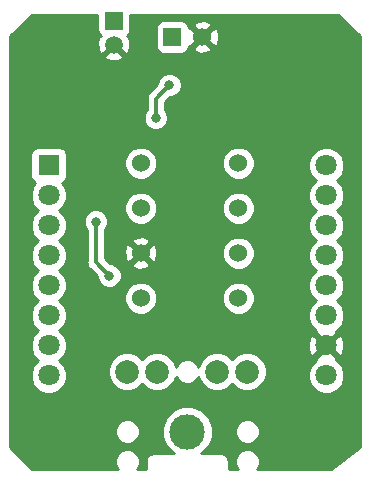
<source format=gbr>
G04 #@! TF.GenerationSoftware,KiCad,Pcbnew,5.0.0-fee4fd1~65~ubuntu17.10.1*
G04 #@! TF.CreationDate,2018-11-13T13:37:27+00:00*
G04 #@! TF.ProjectId,Power Monitor Version 1,506F776572204D6F6E69746F72205665,rev?*
G04 #@! TF.SameCoordinates,Original*
G04 #@! TF.FileFunction,Copper,L1,Top,Signal*
G04 #@! TF.FilePolarity,Positive*
%FSLAX46Y46*%
G04 Gerber Fmt 4.6, Leading zero omitted, Abs format (unit mm)*
G04 Created by KiCad (PCBNEW 5.0.0-fee4fd1~65~ubuntu17.10.1) date Tue Nov 13 13:37:27 2018*
%MOMM*%
%LPD*%
G01*
G04 APERTURE LIST*
G04 #@! TA.AperFunction,ComponentPad*
%ADD10R,1.500000X1.500000*%
G04 #@! TD*
G04 #@! TA.AperFunction,ComponentPad*
%ADD11C,1.500000*%
G04 #@! TD*
G04 #@! TA.AperFunction,ComponentPad*
%ADD12R,1.524000X1.524000*%
G04 #@! TD*
G04 #@! TA.AperFunction,ComponentPad*
%ADD13C,1.524000*%
G04 #@! TD*
G04 #@! TA.AperFunction,ComponentPad*
%ADD14C,2.000000*%
G04 #@! TD*
G04 #@! TA.AperFunction,ComponentPad*
%ADD15C,3.000000*%
G04 #@! TD*
G04 #@! TA.AperFunction,ComponentPad*
%ADD16R,1.800000X1.800000*%
G04 #@! TD*
G04 #@! TA.AperFunction,ComponentPad*
%ADD17C,1.800000*%
G04 #@! TD*
G04 #@! TA.AperFunction,ViaPad*
%ADD18C,0.800000*%
G04 #@! TD*
G04 #@! TA.AperFunction,Conductor*
%ADD19C,0.300000*%
G04 #@! TD*
G04 #@! TA.AperFunction,Conductor*
%ADD20C,0.254000*%
G04 #@! TD*
G04 APERTURE END LIST*
D10*
G04 #@! TO.P,C1,1*
G04 #@! TO.N,Net-(C1-Pad1)*
X129540000Y-73025000D03*
D11*
G04 #@! TO.P,C1,2*
G04 #@! TO.N,GND*
X129540000Y-75057000D03*
G04 #@! TD*
D12*
G04 #@! TO.P,D1,1*
G04 #@! TO.N,Net-(D1-Pad1)*
X134493000Y-74422000D03*
D13*
G04 #@! TO.P,D1,2*
G04 #@! TO.N,GND*
X137033000Y-74422000D03*
G04 #@! TD*
D14*
G04 #@! TO.P,J1,3*
G04 #@! TO.N,Net-(J1-Pad2)*
X133223000Y-102743000D03*
G04 #@! TO.P,J1,2*
X130683000Y-102743000D03*
G04 #@! TO.P,J1,4*
X138303000Y-102743000D03*
G04 #@! TO.P,J1,5*
X140843000Y-102743000D03*
D15*
G04 #@! TO.P,J1,1*
G04 #@! TO.N,Net-(C1-Pad1)*
X135763000Y-107823000D03*
G04 #@! TD*
D16*
G04 #@! TO.P,M1,1*
G04 #@! TO.N,N/C*
X124027001Y-85292001D03*
D17*
G04 #@! TO.P,M1,2*
G04 #@! TO.N,Net-(J1-Pad2)*
X124027001Y-87832001D03*
G04 #@! TO.P,M1,3*
G04 #@! TO.N,N/C*
X124027001Y-90372001D03*
G04 #@! TO.P,M1,4*
X124027001Y-92912001D03*
G04 #@! TO.P,M1,5*
X124027001Y-95452001D03*
G04 #@! TO.P,M1,6*
X124027001Y-97992001D03*
G04 #@! TO.P,M1,7*
X124027001Y-100532001D03*
G04 #@! TO.P,M1,9*
X147522001Y-103072001D03*
G04 #@! TO.P,M1,10*
G04 #@! TO.N,GND*
X147522001Y-100532001D03*
G04 #@! TO.P,M1,11*
G04 #@! TO.N,Net-(M1-Pad11)*
X147522001Y-97992001D03*
G04 #@! TO.P,M1,12*
G04 #@! TO.N,N/C*
X147522001Y-95452001D03*
G04 #@! TO.P,M1,13*
X147522001Y-92912001D03*
G04 #@! TO.P,M1,14*
X147522001Y-90372001D03*
G04 #@! TO.P,M1,8*
G04 #@! TO.N,+3V3*
X124027001Y-103072001D03*
G04 #@! TO.P,M1,15*
G04 #@! TO.N,N/C*
X147522001Y-87832001D03*
G04 #@! TO.P,M1,16*
X147522001Y-85292001D03*
G04 #@! TD*
D13*
G04 #@! TO.P,R1,1*
G04 #@! TO.N,Net-(J1-Pad2)*
X131826000Y-96520000D03*
G04 #@! TO.P,R1,2*
G04 #@! TO.N,Net-(C1-Pad1)*
X140081000Y-96520000D03*
G04 #@! TD*
G04 #@! TO.P,R2,1*
G04 #@! TO.N,+3V3*
X131826000Y-88900000D03*
G04 #@! TO.P,R2,2*
G04 #@! TO.N,Net-(C1-Pad1)*
X140081000Y-88900000D03*
G04 #@! TD*
G04 #@! TO.P,R3,2*
G04 #@! TO.N,GND*
X131826000Y-92710000D03*
G04 #@! TO.P,R3,1*
G04 #@! TO.N,Net-(C1-Pad1)*
X140081000Y-92710000D03*
G04 #@! TD*
G04 #@! TO.P,R4,2*
G04 #@! TO.N,Net-(D1-Pad1)*
X131826000Y-85090000D03*
G04 #@! TO.P,R4,1*
G04 #@! TO.N,Net-(M1-Pad11)*
X140081000Y-85090000D03*
G04 #@! TD*
D18*
G04 #@! TO.N,GND*
X139700000Y-77470000D03*
X142240000Y-77470000D03*
X144780000Y-77470000D03*
X144780000Y-80010000D03*
X142240000Y-80010000D03*
X139700000Y-80010000D03*
X127000000Y-77470000D03*
X124460000Y-77470000D03*
X121920000Y-77470000D03*
X121920000Y-80010000D03*
X124460000Y-80010000D03*
X127000000Y-80010000D03*
X135890000Y-88900000D03*
X135890000Y-91440000D03*
X135890000Y-93980000D03*
X125730000Y-106680000D03*
X125730000Y-109220000D03*
X123190000Y-106680000D03*
X144780000Y-106680000D03*
X147320000Y-106680000D03*
X144780000Y-109220000D03*
X143510000Y-96520000D03*
X142240000Y-88900000D03*
X135890000Y-96520000D03*
X128270000Y-86360000D03*
X125730000Y-91440000D03*
X125730000Y-96520000D03*
X121920000Y-91440000D03*
X121920000Y-96520000D03*
X149860000Y-91440000D03*
X149860000Y-96520000D03*
X146050000Y-91440000D03*
X147320000Y-77470000D03*
X147320000Y-80010000D03*
G04 #@! TO.N,Net-(D1-Pad1)*
X134239000Y-78486000D03*
X133096000Y-81280000D03*
G04 #@! TO.N,Net-(J1-Pad2)*
X129159000Y-94615000D03*
X128016000Y-90043000D03*
G04 #@! TD*
D19*
G04 #@! TO.N,Net-(D1-Pad1)*
X134239000Y-78486000D02*
X133096000Y-79629000D01*
X133096000Y-79629000D02*
X133096000Y-81280000D01*
G04 #@! TO.N,Net-(J1-Pad2)*
X129159000Y-94615000D02*
X128016000Y-93472000D01*
X128016000Y-93472000D02*
X128016000Y-90043000D01*
G04 #@! TD*
D20*
G04 #@! TO.N,GND*
G36*
X128142560Y-73775000D02*
X128191843Y-74022765D01*
X128332191Y-74232809D01*
X128436315Y-74302383D01*
X128327540Y-74333077D01*
X128142799Y-74852171D01*
X128170770Y-75402448D01*
X128327540Y-75780923D01*
X128568483Y-75848912D01*
X129360395Y-75057000D01*
X129346253Y-75042858D01*
X129525858Y-74863253D01*
X129540000Y-74877395D01*
X129554143Y-74863253D01*
X129733748Y-75042858D01*
X129719605Y-75057000D01*
X130511517Y-75848912D01*
X130752460Y-75780923D01*
X130937201Y-75261829D01*
X130909230Y-74711552D01*
X130752460Y-74333077D01*
X130643685Y-74302383D01*
X130747809Y-74232809D01*
X130888157Y-74022765D01*
X130937440Y-73775000D01*
X130937440Y-73660000D01*
X133083560Y-73660000D01*
X133083560Y-75184000D01*
X133132843Y-75431765D01*
X133273191Y-75641809D01*
X133483235Y-75782157D01*
X133731000Y-75831440D01*
X135255000Y-75831440D01*
X135502765Y-75782157D01*
X135712809Y-75641809D01*
X135853157Y-75431765D01*
X135859035Y-75402213D01*
X136232392Y-75402213D01*
X136301857Y-75644397D01*
X136825302Y-75831144D01*
X137380368Y-75803362D01*
X137764143Y-75644397D01*
X137833608Y-75402213D01*
X137033000Y-74601605D01*
X136232392Y-75402213D01*
X135859035Y-75402213D01*
X135902440Y-75184000D01*
X135902440Y-75179484D01*
X136052787Y-75222608D01*
X136853395Y-74422000D01*
X137212605Y-74422000D01*
X138013213Y-75222608D01*
X138255397Y-75153143D01*
X138442144Y-74629698D01*
X138414362Y-74074632D01*
X138255397Y-73690857D01*
X138013213Y-73621392D01*
X137212605Y-74422000D01*
X136853395Y-74422000D01*
X136052787Y-73621392D01*
X135902440Y-73664516D01*
X135902440Y-73660000D01*
X135859036Y-73441787D01*
X136232392Y-73441787D01*
X137033000Y-74242395D01*
X137833608Y-73441787D01*
X137764143Y-73199603D01*
X137240698Y-73012856D01*
X136685632Y-73040638D01*
X136301857Y-73199603D01*
X136232392Y-73441787D01*
X135859036Y-73441787D01*
X135853157Y-73412235D01*
X135712809Y-73202191D01*
X135502765Y-73061843D01*
X135255000Y-73012560D01*
X133731000Y-73012560D01*
X133483235Y-73061843D01*
X133273191Y-73202191D01*
X133132843Y-73412235D01*
X133083560Y-73660000D01*
X130937440Y-73660000D01*
X130937440Y-72517000D01*
X148537394Y-72517000D01*
X150368000Y-74347606D01*
X150368000Y-109156500D01*
X147912667Y-110998000D01*
X141671711Y-110998000D01*
X141720431Y-110949280D01*
X141878000Y-110568874D01*
X141878000Y-110157126D01*
X141720431Y-109776720D01*
X141429280Y-109485569D01*
X141048874Y-109328000D01*
X140637126Y-109328000D01*
X140256720Y-109485569D01*
X139965569Y-109776720D01*
X139808000Y-110157126D01*
X139808000Y-110568874D01*
X139965569Y-110949280D01*
X140014289Y-110998000D01*
X139267000Y-110998000D01*
X139267000Y-110432926D01*
X139280909Y-110363000D01*
X139234851Y-110131447D01*
X139225805Y-110085972D01*
X139209118Y-110060998D01*
X139068881Y-109851119D01*
X138834028Y-109694195D01*
X138626926Y-109653000D01*
X138626925Y-109653000D01*
X138557000Y-109639091D01*
X138487074Y-109653000D01*
X136924014Y-109653000D01*
X136972380Y-109632966D01*
X137572966Y-109032380D01*
X137898000Y-108247678D01*
X137898000Y-107617126D01*
X139808000Y-107617126D01*
X139808000Y-108028874D01*
X139965569Y-108409280D01*
X140256720Y-108700431D01*
X140637126Y-108858000D01*
X141048874Y-108858000D01*
X141429280Y-108700431D01*
X141720431Y-108409280D01*
X141878000Y-108028874D01*
X141878000Y-107617126D01*
X141720431Y-107236720D01*
X141429280Y-106945569D01*
X141048874Y-106788000D01*
X140637126Y-106788000D01*
X140256720Y-106945569D01*
X139965569Y-107236720D01*
X139808000Y-107617126D01*
X137898000Y-107617126D01*
X137898000Y-107398322D01*
X137572966Y-106613620D01*
X136972380Y-106013034D01*
X136187678Y-105688000D01*
X135338322Y-105688000D01*
X134553620Y-106013034D01*
X133953034Y-106613620D01*
X133628000Y-107398322D01*
X133628000Y-108247678D01*
X133953034Y-109032380D01*
X134553620Y-109632966D01*
X134601986Y-109653000D01*
X133038926Y-109653000D01*
X132969000Y-109639091D01*
X132899075Y-109653000D01*
X132899074Y-109653000D01*
X132691972Y-109694195D01*
X132457119Y-109851119D01*
X132300195Y-110085972D01*
X132245091Y-110363000D01*
X132259001Y-110432930D01*
X132259000Y-110998000D01*
X131511711Y-110998000D01*
X131560431Y-110949280D01*
X131718000Y-110568874D01*
X131718000Y-110157126D01*
X131560431Y-109776720D01*
X131269280Y-109485569D01*
X130888874Y-109328000D01*
X130477126Y-109328000D01*
X130096720Y-109485569D01*
X129805569Y-109776720D01*
X129648000Y-110157126D01*
X129648000Y-110568874D01*
X129805569Y-110949280D01*
X129854289Y-110998000D01*
X122607606Y-110998000D01*
X120777000Y-109167394D01*
X120777000Y-107617126D01*
X129648000Y-107617126D01*
X129648000Y-108028874D01*
X129805569Y-108409280D01*
X130096720Y-108700431D01*
X130477126Y-108858000D01*
X130888874Y-108858000D01*
X131269280Y-108700431D01*
X131560431Y-108409280D01*
X131718000Y-108028874D01*
X131718000Y-107617126D01*
X131560431Y-107236720D01*
X131269280Y-106945569D01*
X130888874Y-106788000D01*
X130477126Y-106788000D01*
X130096720Y-106945569D01*
X129805569Y-107236720D01*
X129648000Y-107617126D01*
X120777000Y-107617126D01*
X120777000Y-84392001D01*
X122479561Y-84392001D01*
X122479561Y-86192001D01*
X122528844Y-86439766D01*
X122669192Y-86649810D01*
X122879236Y-86790158D01*
X122894909Y-86793276D01*
X122725691Y-86962494D01*
X122492001Y-87526671D01*
X122492001Y-88137331D01*
X122725691Y-88701508D01*
X123126184Y-89102001D01*
X122725691Y-89502494D01*
X122492001Y-90066671D01*
X122492001Y-90677331D01*
X122725691Y-91241508D01*
X123126184Y-91642001D01*
X122725691Y-92042494D01*
X122492001Y-92606671D01*
X122492001Y-93217331D01*
X122725691Y-93781508D01*
X123126184Y-94182001D01*
X122725691Y-94582494D01*
X122492001Y-95146671D01*
X122492001Y-95757331D01*
X122725691Y-96321508D01*
X123126184Y-96722001D01*
X122725691Y-97122494D01*
X122492001Y-97686671D01*
X122492001Y-98297331D01*
X122725691Y-98861508D01*
X123126184Y-99262001D01*
X122725691Y-99662494D01*
X122492001Y-100226671D01*
X122492001Y-100837331D01*
X122725691Y-101401508D01*
X123126184Y-101802001D01*
X122725691Y-102202494D01*
X122492001Y-102766671D01*
X122492001Y-103377331D01*
X122725691Y-103941508D01*
X123157494Y-104373311D01*
X123721671Y-104607001D01*
X124332331Y-104607001D01*
X124896508Y-104373311D01*
X125328311Y-103941508D01*
X125562001Y-103377331D01*
X125562001Y-102766671D01*
X125417485Y-102417778D01*
X129048000Y-102417778D01*
X129048000Y-103068222D01*
X129296914Y-103669153D01*
X129756847Y-104129086D01*
X130357778Y-104378000D01*
X131008222Y-104378000D01*
X131609153Y-104129086D01*
X131953000Y-103785239D01*
X132296847Y-104129086D01*
X132897778Y-104378000D01*
X133548222Y-104378000D01*
X134149153Y-104129086D01*
X134609086Y-103669153D01*
X134817718Y-103165472D01*
X134885569Y-103329280D01*
X135176720Y-103620431D01*
X135557126Y-103778000D01*
X135968874Y-103778000D01*
X136349280Y-103620431D01*
X136640431Y-103329280D01*
X136708282Y-103165472D01*
X136916914Y-103669153D01*
X137376847Y-104129086D01*
X137977778Y-104378000D01*
X138628222Y-104378000D01*
X139229153Y-104129086D01*
X139573000Y-103785239D01*
X139916847Y-104129086D01*
X140517778Y-104378000D01*
X141168222Y-104378000D01*
X141769153Y-104129086D01*
X142229086Y-103669153D01*
X142478000Y-103068222D01*
X142478000Y-102766671D01*
X145987001Y-102766671D01*
X145987001Y-103377331D01*
X146220691Y-103941508D01*
X146652494Y-104373311D01*
X147216671Y-104607001D01*
X147827331Y-104607001D01*
X148391508Y-104373311D01*
X148823311Y-103941508D01*
X149057001Y-103377331D01*
X149057001Y-102766671D01*
X148823311Y-102202494D01*
X148391508Y-101770691D01*
X148371886Y-101762563D01*
X148422555Y-101612160D01*
X147522001Y-100711606D01*
X146621447Y-101612160D01*
X146672116Y-101762563D01*
X146652494Y-101770691D01*
X146220691Y-102202494D01*
X145987001Y-102766671D01*
X142478000Y-102766671D01*
X142478000Y-102417778D01*
X142229086Y-101816847D01*
X141769153Y-101356914D01*
X141168222Y-101108000D01*
X140517778Y-101108000D01*
X139916847Y-101356914D01*
X139573000Y-101700761D01*
X139229153Y-101356914D01*
X138628222Y-101108000D01*
X137977778Y-101108000D01*
X137376847Y-101356914D01*
X136916914Y-101816847D01*
X136708282Y-102320528D01*
X136640431Y-102156720D01*
X136349280Y-101865569D01*
X135968874Y-101708000D01*
X135557126Y-101708000D01*
X135176720Y-101865569D01*
X134885569Y-102156720D01*
X134817718Y-102320528D01*
X134609086Y-101816847D01*
X134149153Y-101356914D01*
X133548222Y-101108000D01*
X132897778Y-101108000D01*
X132296847Y-101356914D01*
X131953000Y-101700761D01*
X131609153Y-101356914D01*
X131008222Y-101108000D01*
X130357778Y-101108000D01*
X129756847Y-101356914D01*
X129296914Y-101816847D01*
X129048000Y-102417778D01*
X125417485Y-102417778D01*
X125328311Y-102202494D01*
X124927818Y-101802001D01*
X125328311Y-101401508D01*
X125562001Y-100837331D01*
X125562001Y-100291337D01*
X145975543Y-100291337D01*
X146001162Y-100901461D01*
X146185358Y-101346149D01*
X146441842Y-101432555D01*
X147342396Y-100532001D01*
X147701606Y-100532001D01*
X148602160Y-101432555D01*
X148858644Y-101346149D01*
X149068459Y-100772665D01*
X149042840Y-100162541D01*
X148858644Y-99717853D01*
X148602160Y-99631447D01*
X147701606Y-100532001D01*
X147342396Y-100532001D01*
X146441842Y-99631447D01*
X146185358Y-99717853D01*
X145975543Y-100291337D01*
X125562001Y-100291337D01*
X125562001Y-100226671D01*
X125328311Y-99662494D01*
X124927818Y-99262001D01*
X125328311Y-98861508D01*
X125562001Y-98297331D01*
X125562001Y-97686671D01*
X125328311Y-97122494D01*
X124927818Y-96722001D01*
X125328311Y-96321508D01*
X125361195Y-96242119D01*
X130429000Y-96242119D01*
X130429000Y-96797881D01*
X130641680Y-97311337D01*
X131034663Y-97704320D01*
X131548119Y-97917000D01*
X132103881Y-97917000D01*
X132617337Y-97704320D01*
X133010320Y-97311337D01*
X133223000Y-96797881D01*
X133223000Y-96242119D01*
X138684000Y-96242119D01*
X138684000Y-96797881D01*
X138896680Y-97311337D01*
X139289663Y-97704320D01*
X139803119Y-97917000D01*
X140358881Y-97917000D01*
X140872337Y-97704320D01*
X141265320Y-97311337D01*
X141478000Y-96797881D01*
X141478000Y-96242119D01*
X141265320Y-95728663D01*
X140872337Y-95335680D01*
X140358881Y-95123000D01*
X139803119Y-95123000D01*
X139289663Y-95335680D01*
X138896680Y-95728663D01*
X138684000Y-96242119D01*
X133223000Y-96242119D01*
X133010320Y-95728663D01*
X132617337Y-95335680D01*
X132103881Y-95123000D01*
X131548119Y-95123000D01*
X131034663Y-95335680D01*
X130641680Y-95728663D01*
X130429000Y-96242119D01*
X125361195Y-96242119D01*
X125562001Y-95757331D01*
X125562001Y-95146671D01*
X125328311Y-94582494D01*
X124927818Y-94182001D01*
X125328311Y-93781508D01*
X125562001Y-93217331D01*
X125562001Y-92606671D01*
X125328311Y-92042494D01*
X124927818Y-91642001D01*
X125328311Y-91241508D01*
X125562001Y-90677331D01*
X125562001Y-90066671D01*
X125466921Y-89837126D01*
X126981000Y-89837126D01*
X126981000Y-90248874D01*
X127138569Y-90629280D01*
X127231001Y-90721712D01*
X127231000Y-93394688D01*
X127215622Y-93472000D01*
X127231000Y-93549312D01*
X127231000Y-93549315D01*
X127268446Y-93737569D01*
X127276546Y-93778291D01*
X127379517Y-93932397D01*
X127450047Y-94037953D01*
X127515592Y-94081749D01*
X128124000Y-94690158D01*
X128124000Y-94820874D01*
X128281569Y-95201280D01*
X128572720Y-95492431D01*
X128953126Y-95650000D01*
X129364874Y-95650000D01*
X129745280Y-95492431D01*
X130036431Y-95201280D01*
X130194000Y-94820874D01*
X130194000Y-94409126D01*
X130036431Y-94028720D01*
X129745280Y-93737569D01*
X129630953Y-93690213D01*
X131025392Y-93690213D01*
X131094857Y-93932397D01*
X131618302Y-94119144D01*
X132173368Y-94091362D01*
X132557143Y-93932397D01*
X132626608Y-93690213D01*
X131826000Y-92889605D01*
X131025392Y-93690213D01*
X129630953Y-93690213D01*
X129364874Y-93580000D01*
X129234158Y-93580000D01*
X128801000Y-93146843D01*
X128801000Y-92502302D01*
X130416856Y-92502302D01*
X130444638Y-93057368D01*
X130603603Y-93441143D01*
X130845787Y-93510608D01*
X131646395Y-92710000D01*
X132005605Y-92710000D01*
X132806213Y-93510608D01*
X133048397Y-93441143D01*
X133235144Y-92917698D01*
X133210840Y-92432119D01*
X138684000Y-92432119D01*
X138684000Y-92987881D01*
X138896680Y-93501337D01*
X139289663Y-93894320D01*
X139803119Y-94107000D01*
X140358881Y-94107000D01*
X140872337Y-93894320D01*
X141265320Y-93501337D01*
X141478000Y-92987881D01*
X141478000Y-92432119D01*
X141265320Y-91918663D01*
X140872337Y-91525680D01*
X140358881Y-91313000D01*
X139803119Y-91313000D01*
X139289663Y-91525680D01*
X138896680Y-91918663D01*
X138684000Y-92432119D01*
X133210840Y-92432119D01*
X133207362Y-92362632D01*
X133048397Y-91978857D01*
X132806213Y-91909392D01*
X132005605Y-92710000D01*
X131646395Y-92710000D01*
X130845787Y-91909392D01*
X130603603Y-91978857D01*
X130416856Y-92502302D01*
X128801000Y-92502302D01*
X128801000Y-91729787D01*
X131025392Y-91729787D01*
X131826000Y-92530395D01*
X132626608Y-91729787D01*
X132557143Y-91487603D01*
X132033698Y-91300856D01*
X131478632Y-91328638D01*
X131094857Y-91487603D01*
X131025392Y-91729787D01*
X128801000Y-91729787D01*
X128801000Y-90721711D01*
X128893431Y-90629280D01*
X129051000Y-90248874D01*
X129051000Y-89837126D01*
X128893431Y-89456720D01*
X128602280Y-89165569D01*
X128221874Y-89008000D01*
X127810126Y-89008000D01*
X127429720Y-89165569D01*
X127138569Y-89456720D01*
X126981000Y-89837126D01*
X125466921Y-89837126D01*
X125328311Y-89502494D01*
X124927818Y-89102001D01*
X125328311Y-88701508D01*
X125361195Y-88622119D01*
X130429000Y-88622119D01*
X130429000Y-89177881D01*
X130641680Y-89691337D01*
X131034663Y-90084320D01*
X131548119Y-90297000D01*
X132103881Y-90297000D01*
X132617337Y-90084320D01*
X133010320Y-89691337D01*
X133223000Y-89177881D01*
X133223000Y-88622119D01*
X138684000Y-88622119D01*
X138684000Y-89177881D01*
X138896680Y-89691337D01*
X139289663Y-90084320D01*
X139803119Y-90297000D01*
X140358881Y-90297000D01*
X140872337Y-90084320D01*
X141265320Y-89691337D01*
X141478000Y-89177881D01*
X141478000Y-88622119D01*
X141265320Y-88108663D01*
X140872337Y-87715680D01*
X140358881Y-87503000D01*
X139803119Y-87503000D01*
X139289663Y-87715680D01*
X138896680Y-88108663D01*
X138684000Y-88622119D01*
X133223000Y-88622119D01*
X133010320Y-88108663D01*
X132617337Y-87715680D01*
X132103881Y-87503000D01*
X131548119Y-87503000D01*
X131034663Y-87715680D01*
X130641680Y-88108663D01*
X130429000Y-88622119D01*
X125361195Y-88622119D01*
X125562001Y-88137331D01*
X125562001Y-87526671D01*
X125328311Y-86962494D01*
X125159093Y-86793276D01*
X125174766Y-86790158D01*
X125384810Y-86649810D01*
X125525158Y-86439766D01*
X125574441Y-86192001D01*
X125574441Y-84812119D01*
X130429000Y-84812119D01*
X130429000Y-85367881D01*
X130641680Y-85881337D01*
X131034663Y-86274320D01*
X131548119Y-86487000D01*
X132103881Y-86487000D01*
X132617337Y-86274320D01*
X133010320Y-85881337D01*
X133223000Y-85367881D01*
X133223000Y-84812119D01*
X138684000Y-84812119D01*
X138684000Y-85367881D01*
X138896680Y-85881337D01*
X139289663Y-86274320D01*
X139803119Y-86487000D01*
X140358881Y-86487000D01*
X140872337Y-86274320D01*
X141265320Y-85881337D01*
X141478000Y-85367881D01*
X141478000Y-84986671D01*
X145987001Y-84986671D01*
X145987001Y-85597331D01*
X146220691Y-86161508D01*
X146621184Y-86562001D01*
X146220691Y-86962494D01*
X145987001Y-87526671D01*
X145987001Y-88137331D01*
X146220691Y-88701508D01*
X146621184Y-89102001D01*
X146220691Y-89502494D01*
X145987001Y-90066671D01*
X145987001Y-90677331D01*
X146220691Y-91241508D01*
X146621184Y-91642001D01*
X146220691Y-92042494D01*
X145987001Y-92606671D01*
X145987001Y-93217331D01*
X146220691Y-93781508D01*
X146621184Y-94182001D01*
X146220691Y-94582494D01*
X145987001Y-95146671D01*
X145987001Y-95757331D01*
X146220691Y-96321508D01*
X146621184Y-96722001D01*
X146220691Y-97122494D01*
X145987001Y-97686671D01*
X145987001Y-98297331D01*
X146220691Y-98861508D01*
X146652494Y-99293311D01*
X146672116Y-99301439D01*
X146621447Y-99451842D01*
X147522001Y-100352396D01*
X148422555Y-99451842D01*
X148371886Y-99301439D01*
X148391508Y-99293311D01*
X148823311Y-98861508D01*
X149057001Y-98297331D01*
X149057001Y-97686671D01*
X148823311Y-97122494D01*
X148422818Y-96722001D01*
X148823311Y-96321508D01*
X149057001Y-95757331D01*
X149057001Y-95146671D01*
X148823311Y-94582494D01*
X148422818Y-94182001D01*
X148823311Y-93781508D01*
X149057001Y-93217331D01*
X149057001Y-92606671D01*
X148823311Y-92042494D01*
X148422818Y-91642001D01*
X148823311Y-91241508D01*
X149057001Y-90677331D01*
X149057001Y-90066671D01*
X148823311Y-89502494D01*
X148422818Y-89102001D01*
X148823311Y-88701508D01*
X149057001Y-88137331D01*
X149057001Y-87526671D01*
X148823311Y-86962494D01*
X148422818Y-86562001D01*
X148823311Y-86161508D01*
X149057001Y-85597331D01*
X149057001Y-84986671D01*
X148823311Y-84422494D01*
X148391508Y-83990691D01*
X147827331Y-83757001D01*
X147216671Y-83757001D01*
X146652494Y-83990691D01*
X146220691Y-84422494D01*
X145987001Y-84986671D01*
X141478000Y-84986671D01*
X141478000Y-84812119D01*
X141265320Y-84298663D01*
X140872337Y-83905680D01*
X140358881Y-83693000D01*
X139803119Y-83693000D01*
X139289663Y-83905680D01*
X138896680Y-84298663D01*
X138684000Y-84812119D01*
X133223000Y-84812119D01*
X133010320Y-84298663D01*
X132617337Y-83905680D01*
X132103881Y-83693000D01*
X131548119Y-83693000D01*
X131034663Y-83905680D01*
X130641680Y-84298663D01*
X130429000Y-84812119D01*
X125574441Y-84812119D01*
X125574441Y-84392001D01*
X125525158Y-84144236D01*
X125384810Y-83934192D01*
X125174766Y-83793844D01*
X124927001Y-83744561D01*
X123127001Y-83744561D01*
X122879236Y-83793844D01*
X122669192Y-83934192D01*
X122528844Y-84144236D01*
X122479561Y-84392001D01*
X120777000Y-84392001D01*
X120777000Y-81074126D01*
X132061000Y-81074126D01*
X132061000Y-81485874D01*
X132218569Y-81866280D01*
X132509720Y-82157431D01*
X132890126Y-82315000D01*
X133301874Y-82315000D01*
X133682280Y-82157431D01*
X133973431Y-81866280D01*
X134131000Y-81485874D01*
X134131000Y-81074126D01*
X133973431Y-80693720D01*
X133881000Y-80601289D01*
X133881000Y-79954157D01*
X134314158Y-79521000D01*
X134444874Y-79521000D01*
X134825280Y-79363431D01*
X135116431Y-79072280D01*
X135274000Y-78691874D01*
X135274000Y-78280126D01*
X135116431Y-77899720D01*
X134825280Y-77608569D01*
X134444874Y-77451000D01*
X134033126Y-77451000D01*
X133652720Y-77608569D01*
X133361569Y-77899720D01*
X133204000Y-78280126D01*
X133204000Y-78410842D01*
X132595592Y-79019251D01*
X132530047Y-79063047D01*
X132356546Y-79322709D01*
X132311000Y-79551685D01*
X132311000Y-79551688D01*
X132295622Y-79629000D01*
X132311000Y-79706312D01*
X132311001Y-80601288D01*
X132218569Y-80693720D01*
X132061000Y-81074126D01*
X120777000Y-81074126D01*
X120777000Y-76028517D01*
X128748088Y-76028517D01*
X128816077Y-76269460D01*
X129335171Y-76454201D01*
X129885448Y-76426230D01*
X130263923Y-76269460D01*
X130331912Y-76028517D01*
X129540000Y-75236605D01*
X128748088Y-76028517D01*
X120777000Y-76028517D01*
X120777000Y-74347606D01*
X122607606Y-72517000D01*
X128142560Y-72517000D01*
X128142560Y-73775000D01*
X128142560Y-73775000D01*
G37*
X128142560Y-73775000D02*
X128191843Y-74022765D01*
X128332191Y-74232809D01*
X128436315Y-74302383D01*
X128327540Y-74333077D01*
X128142799Y-74852171D01*
X128170770Y-75402448D01*
X128327540Y-75780923D01*
X128568483Y-75848912D01*
X129360395Y-75057000D01*
X129346253Y-75042858D01*
X129525858Y-74863253D01*
X129540000Y-74877395D01*
X129554143Y-74863253D01*
X129733748Y-75042858D01*
X129719605Y-75057000D01*
X130511517Y-75848912D01*
X130752460Y-75780923D01*
X130937201Y-75261829D01*
X130909230Y-74711552D01*
X130752460Y-74333077D01*
X130643685Y-74302383D01*
X130747809Y-74232809D01*
X130888157Y-74022765D01*
X130937440Y-73775000D01*
X130937440Y-73660000D01*
X133083560Y-73660000D01*
X133083560Y-75184000D01*
X133132843Y-75431765D01*
X133273191Y-75641809D01*
X133483235Y-75782157D01*
X133731000Y-75831440D01*
X135255000Y-75831440D01*
X135502765Y-75782157D01*
X135712809Y-75641809D01*
X135853157Y-75431765D01*
X135859035Y-75402213D01*
X136232392Y-75402213D01*
X136301857Y-75644397D01*
X136825302Y-75831144D01*
X137380368Y-75803362D01*
X137764143Y-75644397D01*
X137833608Y-75402213D01*
X137033000Y-74601605D01*
X136232392Y-75402213D01*
X135859035Y-75402213D01*
X135902440Y-75184000D01*
X135902440Y-75179484D01*
X136052787Y-75222608D01*
X136853395Y-74422000D01*
X137212605Y-74422000D01*
X138013213Y-75222608D01*
X138255397Y-75153143D01*
X138442144Y-74629698D01*
X138414362Y-74074632D01*
X138255397Y-73690857D01*
X138013213Y-73621392D01*
X137212605Y-74422000D01*
X136853395Y-74422000D01*
X136052787Y-73621392D01*
X135902440Y-73664516D01*
X135902440Y-73660000D01*
X135859036Y-73441787D01*
X136232392Y-73441787D01*
X137033000Y-74242395D01*
X137833608Y-73441787D01*
X137764143Y-73199603D01*
X137240698Y-73012856D01*
X136685632Y-73040638D01*
X136301857Y-73199603D01*
X136232392Y-73441787D01*
X135859036Y-73441787D01*
X135853157Y-73412235D01*
X135712809Y-73202191D01*
X135502765Y-73061843D01*
X135255000Y-73012560D01*
X133731000Y-73012560D01*
X133483235Y-73061843D01*
X133273191Y-73202191D01*
X133132843Y-73412235D01*
X133083560Y-73660000D01*
X130937440Y-73660000D01*
X130937440Y-72517000D01*
X148537394Y-72517000D01*
X150368000Y-74347606D01*
X150368000Y-109156500D01*
X147912667Y-110998000D01*
X141671711Y-110998000D01*
X141720431Y-110949280D01*
X141878000Y-110568874D01*
X141878000Y-110157126D01*
X141720431Y-109776720D01*
X141429280Y-109485569D01*
X141048874Y-109328000D01*
X140637126Y-109328000D01*
X140256720Y-109485569D01*
X139965569Y-109776720D01*
X139808000Y-110157126D01*
X139808000Y-110568874D01*
X139965569Y-110949280D01*
X140014289Y-110998000D01*
X139267000Y-110998000D01*
X139267000Y-110432926D01*
X139280909Y-110363000D01*
X139234851Y-110131447D01*
X139225805Y-110085972D01*
X139209118Y-110060998D01*
X139068881Y-109851119D01*
X138834028Y-109694195D01*
X138626926Y-109653000D01*
X138626925Y-109653000D01*
X138557000Y-109639091D01*
X138487074Y-109653000D01*
X136924014Y-109653000D01*
X136972380Y-109632966D01*
X137572966Y-109032380D01*
X137898000Y-108247678D01*
X137898000Y-107617126D01*
X139808000Y-107617126D01*
X139808000Y-108028874D01*
X139965569Y-108409280D01*
X140256720Y-108700431D01*
X140637126Y-108858000D01*
X141048874Y-108858000D01*
X141429280Y-108700431D01*
X141720431Y-108409280D01*
X141878000Y-108028874D01*
X141878000Y-107617126D01*
X141720431Y-107236720D01*
X141429280Y-106945569D01*
X141048874Y-106788000D01*
X140637126Y-106788000D01*
X140256720Y-106945569D01*
X139965569Y-107236720D01*
X139808000Y-107617126D01*
X137898000Y-107617126D01*
X137898000Y-107398322D01*
X137572966Y-106613620D01*
X136972380Y-106013034D01*
X136187678Y-105688000D01*
X135338322Y-105688000D01*
X134553620Y-106013034D01*
X133953034Y-106613620D01*
X133628000Y-107398322D01*
X133628000Y-108247678D01*
X133953034Y-109032380D01*
X134553620Y-109632966D01*
X134601986Y-109653000D01*
X133038926Y-109653000D01*
X132969000Y-109639091D01*
X132899075Y-109653000D01*
X132899074Y-109653000D01*
X132691972Y-109694195D01*
X132457119Y-109851119D01*
X132300195Y-110085972D01*
X132245091Y-110363000D01*
X132259001Y-110432930D01*
X132259000Y-110998000D01*
X131511711Y-110998000D01*
X131560431Y-110949280D01*
X131718000Y-110568874D01*
X131718000Y-110157126D01*
X131560431Y-109776720D01*
X131269280Y-109485569D01*
X130888874Y-109328000D01*
X130477126Y-109328000D01*
X130096720Y-109485569D01*
X129805569Y-109776720D01*
X129648000Y-110157126D01*
X129648000Y-110568874D01*
X129805569Y-110949280D01*
X129854289Y-110998000D01*
X122607606Y-110998000D01*
X120777000Y-109167394D01*
X120777000Y-107617126D01*
X129648000Y-107617126D01*
X129648000Y-108028874D01*
X129805569Y-108409280D01*
X130096720Y-108700431D01*
X130477126Y-108858000D01*
X130888874Y-108858000D01*
X131269280Y-108700431D01*
X131560431Y-108409280D01*
X131718000Y-108028874D01*
X131718000Y-107617126D01*
X131560431Y-107236720D01*
X131269280Y-106945569D01*
X130888874Y-106788000D01*
X130477126Y-106788000D01*
X130096720Y-106945569D01*
X129805569Y-107236720D01*
X129648000Y-107617126D01*
X120777000Y-107617126D01*
X120777000Y-84392001D01*
X122479561Y-84392001D01*
X122479561Y-86192001D01*
X122528844Y-86439766D01*
X122669192Y-86649810D01*
X122879236Y-86790158D01*
X122894909Y-86793276D01*
X122725691Y-86962494D01*
X122492001Y-87526671D01*
X122492001Y-88137331D01*
X122725691Y-88701508D01*
X123126184Y-89102001D01*
X122725691Y-89502494D01*
X122492001Y-90066671D01*
X122492001Y-90677331D01*
X122725691Y-91241508D01*
X123126184Y-91642001D01*
X122725691Y-92042494D01*
X122492001Y-92606671D01*
X122492001Y-93217331D01*
X122725691Y-93781508D01*
X123126184Y-94182001D01*
X122725691Y-94582494D01*
X122492001Y-95146671D01*
X122492001Y-95757331D01*
X122725691Y-96321508D01*
X123126184Y-96722001D01*
X122725691Y-97122494D01*
X122492001Y-97686671D01*
X122492001Y-98297331D01*
X122725691Y-98861508D01*
X123126184Y-99262001D01*
X122725691Y-99662494D01*
X122492001Y-100226671D01*
X122492001Y-100837331D01*
X122725691Y-101401508D01*
X123126184Y-101802001D01*
X122725691Y-102202494D01*
X122492001Y-102766671D01*
X122492001Y-103377331D01*
X122725691Y-103941508D01*
X123157494Y-104373311D01*
X123721671Y-104607001D01*
X124332331Y-104607001D01*
X124896508Y-104373311D01*
X125328311Y-103941508D01*
X125562001Y-103377331D01*
X125562001Y-102766671D01*
X125417485Y-102417778D01*
X129048000Y-102417778D01*
X129048000Y-103068222D01*
X129296914Y-103669153D01*
X129756847Y-104129086D01*
X130357778Y-104378000D01*
X131008222Y-104378000D01*
X131609153Y-104129086D01*
X131953000Y-103785239D01*
X132296847Y-104129086D01*
X132897778Y-104378000D01*
X133548222Y-104378000D01*
X134149153Y-104129086D01*
X134609086Y-103669153D01*
X134817718Y-103165472D01*
X134885569Y-103329280D01*
X135176720Y-103620431D01*
X135557126Y-103778000D01*
X135968874Y-103778000D01*
X136349280Y-103620431D01*
X136640431Y-103329280D01*
X136708282Y-103165472D01*
X136916914Y-103669153D01*
X137376847Y-104129086D01*
X137977778Y-104378000D01*
X138628222Y-104378000D01*
X139229153Y-104129086D01*
X139573000Y-103785239D01*
X139916847Y-104129086D01*
X140517778Y-104378000D01*
X141168222Y-104378000D01*
X141769153Y-104129086D01*
X142229086Y-103669153D01*
X142478000Y-103068222D01*
X142478000Y-102766671D01*
X145987001Y-102766671D01*
X145987001Y-103377331D01*
X146220691Y-103941508D01*
X146652494Y-104373311D01*
X147216671Y-104607001D01*
X147827331Y-104607001D01*
X148391508Y-104373311D01*
X148823311Y-103941508D01*
X149057001Y-103377331D01*
X149057001Y-102766671D01*
X148823311Y-102202494D01*
X148391508Y-101770691D01*
X148371886Y-101762563D01*
X148422555Y-101612160D01*
X147522001Y-100711606D01*
X146621447Y-101612160D01*
X146672116Y-101762563D01*
X146652494Y-101770691D01*
X146220691Y-102202494D01*
X145987001Y-102766671D01*
X142478000Y-102766671D01*
X142478000Y-102417778D01*
X142229086Y-101816847D01*
X141769153Y-101356914D01*
X141168222Y-101108000D01*
X140517778Y-101108000D01*
X139916847Y-101356914D01*
X139573000Y-101700761D01*
X139229153Y-101356914D01*
X138628222Y-101108000D01*
X137977778Y-101108000D01*
X137376847Y-101356914D01*
X136916914Y-101816847D01*
X136708282Y-102320528D01*
X136640431Y-102156720D01*
X136349280Y-101865569D01*
X135968874Y-101708000D01*
X135557126Y-101708000D01*
X135176720Y-101865569D01*
X134885569Y-102156720D01*
X134817718Y-102320528D01*
X134609086Y-101816847D01*
X134149153Y-101356914D01*
X133548222Y-101108000D01*
X132897778Y-101108000D01*
X132296847Y-101356914D01*
X131953000Y-101700761D01*
X131609153Y-101356914D01*
X131008222Y-101108000D01*
X130357778Y-101108000D01*
X129756847Y-101356914D01*
X129296914Y-101816847D01*
X129048000Y-102417778D01*
X125417485Y-102417778D01*
X125328311Y-102202494D01*
X124927818Y-101802001D01*
X125328311Y-101401508D01*
X125562001Y-100837331D01*
X125562001Y-100291337D01*
X145975543Y-100291337D01*
X146001162Y-100901461D01*
X146185358Y-101346149D01*
X146441842Y-101432555D01*
X147342396Y-100532001D01*
X147701606Y-100532001D01*
X148602160Y-101432555D01*
X148858644Y-101346149D01*
X149068459Y-100772665D01*
X149042840Y-100162541D01*
X148858644Y-99717853D01*
X148602160Y-99631447D01*
X147701606Y-100532001D01*
X147342396Y-100532001D01*
X146441842Y-99631447D01*
X146185358Y-99717853D01*
X145975543Y-100291337D01*
X125562001Y-100291337D01*
X125562001Y-100226671D01*
X125328311Y-99662494D01*
X124927818Y-99262001D01*
X125328311Y-98861508D01*
X125562001Y-98297331D01*
X125562001Y-97686671D01*
X125328311Y-97122494D01*
X124927818Y-96722001D01*
X125328311Y-96321508D01*
X125361195Y-96242119D01*
X130429000Y-96242119D01*
X130429000Y-96797881D01*
X130641680Y-97311337D01*
X131034663Y-97704320D01*
X131548119Y-97917000D01*
X132103881Y-97917000D01*
X132617337Y-97704320D01*
X133010320Y-97311337D01*
X133223000Y-96797881D01*
X133223000Y-96242119D01*
X138684000Y-96242119D01*
X138684000Y-96797881D01*
X138896680Y-97311337D01*
X139289663Y-97704320D01*
X139803119Y-97917000D01*
X140358881Y-97917000D01*
X140872337Y-97704320D01*
X141265320Y-97311337D01*
X141478000Y-96797881D01*
X141478000Y-96242119D01*
X141265320Y-95728663D01*
X140872337Y-95335680D01*
X140358881Y-95123000D01*
X139803119Y-95123000D01*
X139289663Y-95335680D01*
X138896680Y-95728663D01*
X138684000Y-96242119D01*
X133223000Y-96242119D01*
X133010320Y-95728663D01*
X132617337Y-95335680D01*
X132103881Y-95123000D01*
X131548119Y-95123000D01*
X131034663Y-95335680D01*
X130641680Y-95728663D01*
X130429000Y-96242119D01*
X125361195Y-96242119D01*
X125562001Y-95757331D01*
X125562001Y-95146671D01*
X125328311Y-94582494D01*
X124927818Y-94182001D01*
X125328311Y-93781508D01*
X125562001Y-93217331D01*
X125562001Y-92606671D01*
X125328311Y-92042494D01*
X124927818Y-91642001D01*
X125328311Y-91241508D01*
X125562001Y-90677331D01*
X125562001Y-90066671D01*
X125466921Y-89837126D01*
X126981000Y-89837126D01*
X126981000Y-90248874D01*
X127138569Y-90629280D01*
X127231001Y-90721712D01*
X127231000Y-93394688D01*
X127215622Y-93472000D01*
X127231000Y-93549312D01*
X127231000Y-93549315D01*
X127268446Y-93737569D01*
X127276546Y-93778291D01*
X127379517Y-93932397D01*
X127450047Y-94037953D01*
X127515592Y-94081749D01*
X128124000Y-94690158D01*
X128124000Y-94820874D01*
X128281569Y-95201280D01*
X128572720Y-95492431D01*
X128953126Y-95650000D01*
X129364874Y-95650000D01*
X129745280Y-95492431D01*
X130036431Y-95201280D01*
X130194000Y-94820874D01*
X130194000Y-94409126D01*
X130036431Y-94028720D01*
X129745280Y-93737569D01*
X129630953Y-93690213D01*
X131025392Y-93690213D01*
X131094857Y-93932397D01*
X131618302Y-94119144D01*
X132173368Y-94091362D01*
X132557143Y-93932397D01*
X132626608Y-93690213D01*
X131826000Y-92889605D01*
X131025392Y-93690213D01*
X129630953Y-93690213D01*
X129364874Y-93580000D01*
X129234158Y-93580000D01*
X128801000Y-93146843D01*
X128801000Y-92502302D01*
X130416856Y-92502302D01*
X130444638Y-93057368D01*
X130603603Y-93441143D01*
X130845787Y-93510608D01*
X131646395Y-92710000D01*
X132005605Y-92710000D01*
X132806213Y-93510608D01*
X133048397Y-93441143D01*
X133235144Y-92917698D01*
X133210840Y-92432119D01*
X138684000Y-92432119D01*
X138684000Y-92987881D01*
X138896680Y-93501337D01*
X139289663Y-93894320D01*
X139803119Y-94107000D01*
X140358881Y-94107000D01*
X140872337Y-93894320D01*
X141265320Y-93501337D01*
X141478000Y-92987881D01*
X141478000Y-92432119D01*
X141265320Y-91918663D01*
X140872337Y-91525680D01*
X140358881Y-91313000D01*
X139803119Y-91313000D01*
X139289663Y-91525680D01*
X138896680Y-91918663D01*
X138684000Y-92432119D01*
X133210840Y-92432119D01*
X133207362Y-92362632D01*
X133048397Y-91978857D01*
X132806213Y-91909392D01*
X132005605Y-92710000D01*
X131646395Y-92710000D01*
X130845787Y-91909392D01*
X130603603Y-91978857D01*
X130416856Y-92502302D01*
X128801000Y-92502302D01*
X128801000Y-91729787D01*
X131025392Y-91729787D01*
X131826000Y-92530395D01*
X132626608Y-91729787D01*
X132557143Y-91487603D01*
X132033698Y-91300856D01*
X131478632Y-91328638D01*
X131094857Y-91487603D01*
X131025392Y-91729787D01*
X128801000Y-91729787D01*
X128801000Y-90721711D01*
X128893431Y-90629280D01*
X129051000Y-90248874D01*
X129051000Y-89837126D01*
X128893431Y-89456720D01*
X128602280Y-89165569D01*
X128221874Y-89008000D01*
X127810126Y-89008000D01*
X127429720Y-89165569D01*
X127138569Y-89456720D01*
X126981000Y-89837126D01*
X125466921Y-89837126D01*
X125328311Y-89502494D01*
X124927818Y-89102001D01*
X125328311Y-88701508D01*
X125361195Y-88622119D01*
X130429000Y-88622119D01*
X130429000Y-89177881D01*
X130641680Y-89691337D01*
X131034663Y-90084320D01*
X131548119Y-90297000D01*
X132103881Y-90297000D01*
X132617337Y-90084320D01*
X133010320Y-89691337D01*
X133223000Y-89177881D01*
X133223000Y-88622119D01*
X138684000Y-88622119D01*
X138684000Y-89177881D01*
X138896680Y-89691337D01*
X139289663Y-90084320D01*
X139803119Y-90297000D01*
X140358881Y-90297000D01*
X140872337Y-90084320D01*
X141265320Y-89691337D01*
X141478000Y-89177881D01*
X141478000Y-88622119D01*
X141265320Y-88108663D01*
X140872337Y-87715680D01*
X140358881Y-87503000D01*
X139803119Y-87503000D01*
X139289663Y-87715680D01*
X138896680Y-88108663D01*
X138684000Y-88622119D01*
X133223000Y-88622119D01*
X133010320Y-88108663D01*
X132617337Y-87715680D01*
X132103881Y-87503000D01*
X131548119Y-87503000D01*
X131034663Y-87715680D01*
X130641680Y-88108663D01*
X130429000Y-88622119D01*
X125361195Y-88622119D01*
X125562001Y-88137331D01*
X125562001Y-87526671D01*
X125328311Y-86962494D01*
X125159093Y-86793276D01*
X125174766Y-86790158D01*
X125384810Y-86649810D01*
X125525158Y-86439766D01*
X125574441Y-86192001D01*
X125574441Y-84812119D01*
X130429000Y-84812119D01*
X130429000Y-85367881D01*
X130641680Y-85881337D01*
X131034663Y-86274320D01*
X131548119Y-86487000D01*
X132103881Y-86487000D01*
X132617337Y-86274320D01*
X133010320Y-85881337D01*
X133223000Y-85367881D01*
X133223000Y-84812119D01*
X138684000Y-84812119D01*
X138684000Y-85367881D01*
X138896680Y-85881337D01*
X139289663Y-86274320D01*
X139803119Y-86487000D01*
X140358881Y-86487000D01*
X140872337Y-86274320D01*
X141265320Y-85881337D01*
X141478000Y-85367881D01*
X141478000Y-84986671D01*
X145987001Y-84986671D01*
X145987001Y-85597331D01*
X146220691Y-86161508D01*
X146621184Y-86562001D01*
X146220691Y-86962494D01*
X145987001Y-87526671D01*
X145987001Y-88137331D01*
X146220691Y-88701508D01*
X146621184Y-89102001D01*
X146220691Y-89502494D01*
X145987001Y-90066671D01*
X145987001Y-90677331D01*
X146220691Y-91241508D01*
X146621184Y-91642001D01*
X146220691Y-92042494D01*
X145987001Y-92606671D01*
X145987001Y-93217331D01*
X146220691Y-93781508D01*
X146621184Y-94182001D01*
X146220691Y-94582494D01*
X145987001Y-95146671D01*
X145987001Y-95757331D01*
X146220691Y-96321508D01*
X146621184Y-96722001D01*
X146220691Y-97122494D01*
X145987001Y-97686671D01*
X145987001Y-98297331D01*
X146220691Y-98861508D01*
X146652494Y-99293311D01*
X146672116Y-99301439D01*
X146621447Y-99451842D01*
X147522001Y-100352396D01*
X148422555Y-99451842D01*
X148371886Y-99301439D01*
X148391508Y-99293311D01*
X148823311Y-98861508D01*
X149057001Y-98297331D01*
X149057001Y-97686671D01*
X148823311Y-97122494D01*
X148422818Y-96722001D01*
X148823311Y-96321508D01*
X149057001Y-95757331D01*
X149057001Y-95146671D01*
X148823311Y-94582494D01*
X148422818Y-94182001D01*
X148823311Y-93781508D01*
X149057001Y-93217331D01*
X149057001Y-92606671D01*
X148823311Y-92042494D01*
X148422818Y-91642001D01*
X148823311Y-91241508D01*
X149057001Y-90677331D01*
X149057001Y-90066671D01*
X148823311Y-89502494D01*
X148422818Y-89102001D01*
X148823311Y-88701508D01*
X149057001Y-88137331D01*
X149057001Y-87526671D01*
X148823311Y-86962494D01*
X148422818Y-86562001D01*
X148823311Y-86161508D01*
X149057001Y-85597331D01*
X149057001Y-84986671D01*
X148823311Y-84422494D01*
X148391508Y-83990691D01*
X147827331Y-83757001D01*
X147216671Y-83757001D01*
X146652494Y-83990691D01*
X146220691Y-84422494D01*
X145987001Y-84986671D01*
X141478000Y-84986671D01*
X141478000Y-84812119D01*
X141265320Y-84298663D01*
X140872337Y-83905680D01*
X140358881Y-83693000D01*
X139803119Y-83693000D01*
X139289663Y-83905680D01*
X138896680Y-84298663D01*
X138684000Y-84812119D01*
X133223000Y-84812119D01*
X133010320Y-84298663D01*
X132617337Y-83905680D01*
X132103881Y-83693000D01*
X131548119Y-83693000D01*
X131034663Y-83905680D01*
X130641680Y-84298663D01*
X130429000Y-84812119D01*
X125574441Y-84812119D01*
X125574441Y-84392001D01*
X125525158Y-84144236D01*
X125384810Y-83934192D01*
X125174766Y-83793844D01*
X124927001Y-83744561D01*
X123127001Y-83744561D01*
X122879236Y-83793844D01*
X122669192Y-83934192D01*
X122528844Y-84144236D01*
X122479561Y-84392001D01*
X120777000Y-84392001D01*
X120777000Y-81074126D01*
X132061000Y-81074126D01*
X132061000Y-81485874D01*
X132218569Y-81866280D01*
X132509720Y-82157431D01*
X132890126Y-82315000D01*
X133301874Y-82315000D01*
X133682280Y-82157431D01*
X133973431Y-81866280D01*
X134131000Y-81485874D01*
X134131000Y-81074126D01*
X133973431Y-80693720D01*
X133881000Y-80601289D01*
X133881000Y-79954157D01*
X134314158Y-79521000D01*
X134444874Y-79521000D01*
X134825280Y-79363431D01*
X135116431Y-79072280D01*
X135274000Y-78691874D01*
X135274000Y-78280126D01*
X135116431Y-77899720D01*
X134825280Y-77608569D01*
X134444874Y-77451000D01*
X134033126Y-77451000D01*
X133652720Y-77608569D01*
X133361569Y-77899720D01*
X133204000Y-78280126D01*
X133204000Y-78410842D01*
X132595592Y-79019251D01*
X132530047Y-79063047D01*
X132356546Y-79322709D01*
X132311000Y-79551685D01*
X132311000Y-79551688D01*
X132295622Y-79629000D01*
X132311000Y-79706312D01*
X132311001Y-80601288D01*
X132218569Y-80693720D01*
X132061000Y-81074126D01*
X120777000Y-81074126D01*
X120777000Y-76028517D01*
X128748088Y-76028517D01*
X128816077Y-76269460D01*
X129335171Y-76454201D01*
X129885448Y-76426230D01*
X130263923Y-76269460D01*
X130331912Y-76028517D01*
X129540000Y-75236605D01*
X128748088Y-76028517D01*
X120777000Y-76028517D01*
X120777000Y-74347606D01*
X122607606Y-72517000D01*
X128142560Y-72517000D01*
X128142560Y-73775000D01*
G04 #@! TD*
M02*

</source>
